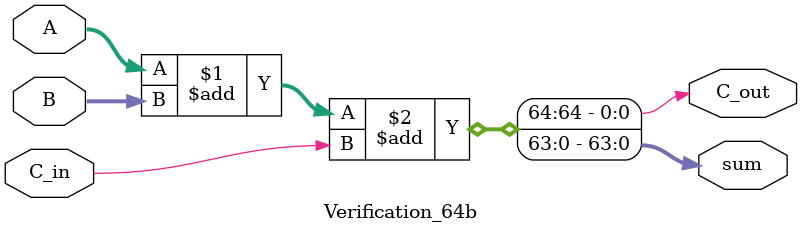
<source format=v>
`timescale 1ns / 1ns
module Verification_64b(A, B, sum, C_in, C_out);

input [63:0] A, B;
input C_in;
output [63:0] sum;
output C_out;

assign {C_out, sum} = A + B + C_in;

endmodule

</source>
